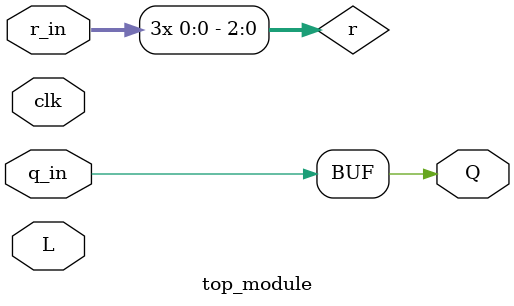
<source format=sv>
module flipflop(
    input clk,
    input D,
    input reset,
    output reg Q);
    
    always @(posedge clk or posedge reset) begin
        if (reset)
            Q <= 0;
        else
            Q <= D;
    end
    
endmodule
module mux_2to1(
    input A,
    input B,
    input S,
    output reg Y);
    
    always @(*) begin
        if (S)
            Y <= A;
        else
            Y <= B;
    end
    
endmodule
module top_module(
    input clk,
    input L,
    input q_in,
    input r_in,
    output reg Q);
    
    wire [2:0] r;
    wire [2:0] q;
    wire [2:0] q_temp;
    wire q2_q1;
    
    flipflop ff1 (
        .clk(clk),
        .D(q2_q1),
        .reset(0),
        .Q(q[0])
    );
    
    flipflop ff2 (
        .clk(clk),
        .D(q_temp[0]),
        .reset(0),
        .Q(q[1])
    );
    
    flipflop ff3 (
        .clk(clk),
        .D(q_temp[1]),
        .reset(0),
        .Q(q[2])
    );
    
    mux_2to1 mux (
        .A(q[2]),
        .B(q[0]),
        .S(L),
        .Y(q2_q1)
    );
    
    always @(posedge clk) begin
        if (L) begin
            q <= {r_in, r_in, r_in};
        end else begin
            q <= q_temp;
        end
    end
    
    assign r = {r_in, r_in, r_in};
    assign Q = q_in;
    
endmodule

</source>
